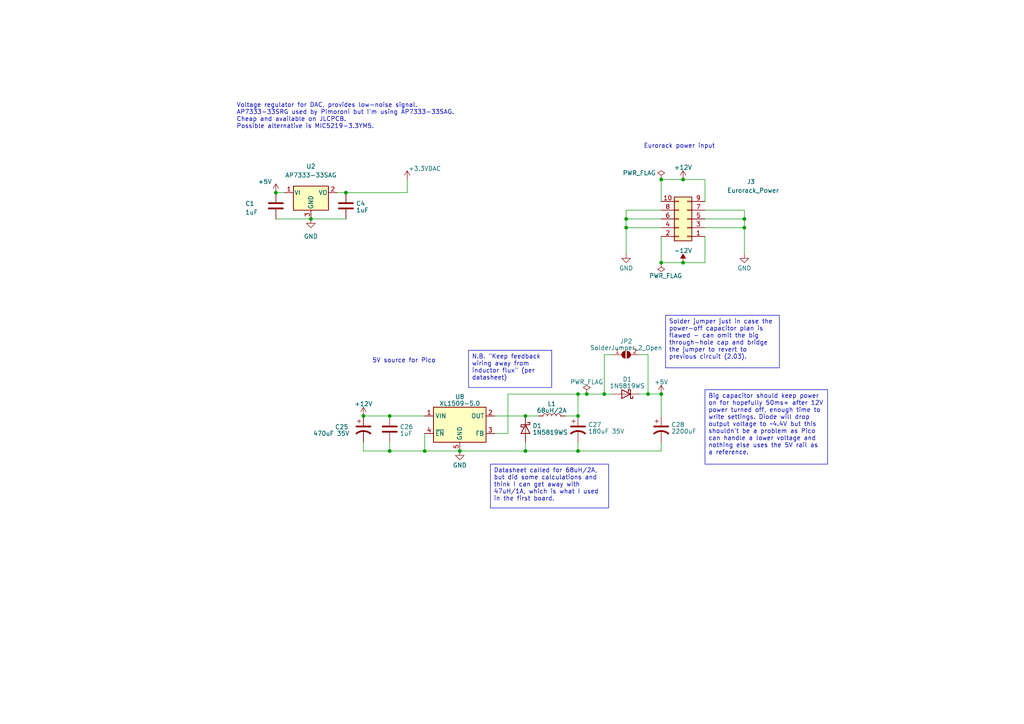
<source format=kicad_sch>
(kicad_sch (version 20230121) (generator eeschema)
  (paper "A4")
  (lib_symbols
    (symbol "Connector_Generic:Conn_02x05_Odd_Even" (pin_names (offset 1.016) hide)
      (property "Reference" "J" (at 1.27 7.62 0))
      (property "Value" "Conn_02x05_Odd_Even" (at 1.27 -7.62 0))
      (symbol "Conn_02x05_Odd_Even_1_1"
        (rectangle (start -1.27 -4.953) (end 0 -5.207) (stroke (width 0.1524)))
        (rectangle (start -1.27 -2.413) (end 0 -2.667) (stroke (width 0.1524)))
        (rectangle (start -1.27 0.127) (end 0 -0.127) (stroke (width 0.1524)))
        (rectangle (start -1.27 2.667) (end 0 2.413) (stroke (width 0.1524)))
        (rectangle (start -1.27 5.207) (end 0 4.953) (stroke (width 0.1524)))
        (rectangle (start -1.27 6.35) (end 3.81 -6.35) (stroke (width 0.254)) (fill (type background)))
        (rectangle (start 3.81 -4.953) (end 2.54 -5.207) (stroke (width 0.1524)))
        (rectangle (start 3.81 -2.413) (end 2.54 -2.667) (stroke (width 0.1524)))
        (rectangle (start 3.81 0.127) (end 2.54 -0.127) (stroke (width 0.1524)))
        (rectangle (start 3.81 2.667) (end 2.54 2.413) (stroke (width 0.1524)))
        (rectangle (start 3.81 5.207) (end 2.54 4.953) (stroke (width 0.1524)))
        (pin passive line (at -5.08 5.08 0) (length 3.81) (name "Pin_1") (number "1"))
        (pin passive line (at 7.62 -5.08 180) (length 3.81) (name "Pin_10") (number "10"))
        (pin passive line (at 7.62 5.08 180) (length 3.81) (name "Pin_2") (number "2"))
        (pin passive line (at -5.08 2.54 0) (length 3.81) (name "Pin_3") (number "3"))
        (pin passive line (at 7.62 2.54 180) (length 3.81) (name "Pin_4") (number "4"))
        (pin passive line (at -5.08 0 0) (length 3.81) (name "Pin_5") (number "5"))
        (pin passive line (at 7.62 0 180) (length 3.81) (name "Pin_6") (number "6"))
        (pin passive line (at -5.08 -2.54 0) (length 3.81) (name "Pin_7") (number "7"))
        (pin passive line (at 7.62 -2.54 180) (length 3.81) (name "Pin_8") (number "8"))
        (pin passive line (at -5.08 -5.08 0) (length 3.81) (name "Pin_9") (number "9"))
      )
    )
    (symbol "Device:C" (pin_numbers hide) (pin_names (offset 0.254))
      (property "Reference" "C" (at 0.635 2.54 0))
      (property "Value" "C" (at 0.635 -2.54 0))
      (symbol "C_0_1"
        (polyline (pts (xy -2.032 -0.762) (xy 2.032 -0.762)) (stroke (width 0.508)))
        (polyline (pts (xy -2.032 0.762) (xy 2.032 0.762)) (stroke (width 0.508)))
      )
      (symbol "C_1_1"
        (pin passive line (at 0 3.81 270) (length 2.794) (name "~") (number "1"))
        (pin passive line (at 0 -3.81 90) (length 2.794) (name "~") (number "2"))
      )
    )
    (symbol "Device:C_Polarized_US" (pin_numbers hide) (pin_names (offset 0.254) hide)
      (property "Reference" "C" (at 0.635 2.54 0))
      (property "Value" "C_Polarized_US" (at 0.635 -2.54 0))
      (symbol "C_Polarized_US_0_1"
        (polyline (pts (xy -2.032 0.762) (xy 2.032 0.762)) (stroke (width 0.508)))
        (polyline (pts (xy -1.778 2.286) (xy -0.762 2.286)))
        (polyline (pts (xy -1.27 1.778) (xy -1.27 2.794)))
        (arc (start 2.032 -1.27) (mid 0 -0.5572) (end -2.032 -1.27) (stroke (width 0.508)))
      )
      (symbol "C_Polarized_US_1_1"
        (pin passive line (at 0 3.81 270) (length 2.794) (name "~") (number "1"))
        (pin passive line (at 0 -3.81 90) (length 3.302) (name "~") (number "2"))
      )
    )
    (symbol "Device:L" (pin_numbers hide) (pin_names (offset 1.016) hide)
      (property "Reference" "L" (at -1.27 0 90))
      (property "Value" "L" (at 1.905 0 90))
      (symbol "L_0_1"
        (arc (start 0 -2.54) (mid 0.6323 -1.905) (end 0 -1.27))
        (arc (start 0 -1.27) (mid 0.6323 -0.635) (end 0 0))
        (arc (start 0 0) (mid 0.6323 0.635) (end 0 1.27))
        (arc (start 0 1.27) (mid 0.6323 1.905) (end 0 2.54))
      )
      (symbol "L_1_1"
        (pin passive line (at 0 3.81 270) (length 1.27) (name "1") (number "1"))
        (pin passive line (at 0 -3.81 90) (length 1.27) (name "2") (number "2"))
      )
    )
    (symbol "Diode:1N5819WS" (pin_numbers hide) (pin_names (offset 1.016) hide)
      (property "Reference" "D" (at 0 2.54 0))
      (property "Value" "1N5819WS" (at 0 -2.54 0))
      (symbol "1N5819WS_0_1"
        (polyline (pts (xy 1.27 0) (xy -1.27 0)))
        (polyline (pts (xy 1.27 1.27) (xy 1.27 -1.27) (xy -1.27 0) (xy 1.27 1.27)) (stroke (width 0.254)))
        (polyline (pts (xy -1.905 0.635) (xy -1.905 1.27) (xy -1.27 1.27) (xy -1.27 -1.27) (xy -0.635 -1.27) (xy -0.635 -0.635)) (stroke (width 0.254)))
      )
      (symbol "1N5819WS_1_1"
        (pin passive line (at -3.81 0 0) (length 2.54) (name "K") (number "1"))
        (pin passive line (at 3.81 0 180) (length 2.54) (name "A") (number "2"))
      )
    )
    (symbol "Jumper:SolderJumper_2_Open" (pin_names (offset 0) hide)
      (property "Reference" "JP" (at 0 2.032 0))
      (property "Value" "SolderJumper_2_Open" (at 0 -2.54 0))
      (symbol "SolderJumper_2_Open_0_1"
        (arc (start -0.254 1.016) (mid -1.2656 0) (end -0.254 -1.016))
        (arc (start -0.254 1.016) (mid -1.2656 0) (end -0.254 -1.016) (fill (type outline)))
        (polyline (pts (xy -0.254 1.016) (xy -0.254 -1.016)))
        (polyline (pts (xy 0.254 1.016) (xy 0.254 -1.016)))
        (arc (start 0.254 -1.016) (mid 1.2656 0) (end 0.254 1.016))
        (arc (start 0.254 -1.016) (mid 1.2656 0) (end 0.254 1.016) (fill (type outline)))
      )
      (symbol "SolderJumper_2_Open_1_1"
        (pin passive line (at -3.81 0 0) (length 2.54) (name "A") (number "1"))
        (pin passive line (at 3.81 0 180) (length 2.54) (name "B") (number "2"))
      )
    )
    (symbol "Regulator_Linear:SPX2920M3-3.3_SOT223" (pin_names (offset 0.254))
      (property "Reference" "U4" (at 0 7.62 0))
      (property "Value" "AP7333-33SRG" (at 0 5.08 0))
      (symbol "SPX2920M3-3.3_SOT223_0_1"
        (rectangle (start -5.08 -5.08) (end 5.08 1.905) (stroke (width 0.254)) (fill (type background)))
      )
      (symbol "SPX2920M3-3.3_SOT223_1_1"
        (pin power_in line (at -7.62 0 0) (length 2.54) (name "VI") (number "1"))
        (pin power_out line (at 7.62 0 180) (length 2.54) (name "VO") (number "2"))
        (pin power_in line (at 0 -7.62 90) (length 2.54) (name "GND") (number "3"))
      )
    )
    (symbol "Regulator_Switching:XL1509-5.0"
      (property "Reference" "U" (at -7.112 6.096 0))
      (property "Value" "XL1509-5.0" (at 5.842 6.096 0))
      (symbol "XL1509-5.0_0_1"
        (rectangle (start -7.62 5.08) (end 7.62 -5.08) (stroke (width 0.254)) (fill (type background)))
      )
      (symbol "XL1509-5.0_1_1"
        (pin power_in line (at -10.16 2.54 0) (length 2.54) (name "VIN") (number "1"))
        (pin power_out line (at 10.16 2.54 180) (length 2.54) (name "OUT") (number "2"))
        (pin input line (at 10.16 -2.54 180) (length 2.54) (name "FB") (number "3"))
        (pin input line (at -10.16 -2.54 0) (length 2.54) (name "~{EN}") (number "4"))
        (pin power_in line (at 0 -7.62 90) (length 2.54) (name "GND") (number "5"))
        (pin passive line (at 0 -7.62 90) (length 2.54) hide (name "GND") (number "6"))
        (pin passive line (at 0 -7.62 90) (length 2.54) hide (name "GND") (number "7"))
        (pin passive line (at 0 -7.62 90) (length 2.54) hide (name "GND") (number "8"))
      )
    )
    (symbol "power:+12V" (power) (pin_names (offset 0))
      (property "Value" "+12V" (at 0 3.556 0))
      (symbol "+12V_0_1"
        (polyline (pts (xy -0.762 1.27) (xy 0 2.54)))
        (polyline (pts (xy 0 0) (xy 0 2.54)))
        (polyline (pts (xy 0 2.54) (xy 0.762 1.27)))
      )
      (symbol "+12V_1_1"
        (pin power_in line (at 0 0 90) (length 0) hide (name "+12V") (number "1"))
      )
    )
    (symbol "power:+3.3VDAC" (power) (pin_names (offset 0))
      (property "Value" "+3.3VDAC" (at 0 2.54 0))
      (symbol "+3.3VDAC_0_0"
        (pin power_in line (at 0 0 90) (length 0) hide (name "+3.3VDAC") (number "1"))
      )
      (symbol "+3.3VDAC_0_1"
        (polyline (pts (xy -0.762 1.27) (xy 0 2.54)))
        (polyline (pts (xy 0 0) (xy 0 2.54)))
        (polyline (pts (xy 0 2.54) (xy 0.762 1.27)))
      )
    )
    (symbol "power:+5V" (power) (pin_names (offset 0))
      (property "Value" "+5V" (at 0 3.556 0))
      (symbol "+5V_0_1"
        (polyline (pts (xy -0.762 1.27) (xy 0 2.54)))
        (polyline (pts (xy 0 0) (xy 0 2.54)))
        (polyline (pts (xy 0 2.54) (xy 0.762 1.27)))
      )
      (symbol "+5V_1_1"
        (pin power_in line (at 0 0 90) (length 0) hide (name "+5V") (number "1"))
      )
    )
    (symbol "power:-12V" (power) (pin_names (offset 0))
      (property "Value" "-12V" (at 0 3.81 0))
      (symbol "-12V_0_0"
        (pin power_in line (at 0 0 90) (length 0) hide (name "-12V") (number "1"))
      )
      (symbol "-12V_0_1"
        (polyline (pts (xy 0 0) (xy 0 1.27) (xy 0.762 1.27) (xy 0 2.54) (xy -0.762 1.27) (xy 0 1.27)) (fill (type outline)))
      )
    )
    (symbol "power:GND" (power) (pin_names (offset 0))
      (property "Value" "GND" (at 0 -3.81 0))
      (symbol "GND_0_1"
        (polyline (pts (xy 0 0) (xy 0 -1.27) (xy 1.27 -1.27) (xy 0 -2.54) (xy -1.27 -1.27) (xy 0 -1.27)))
      )
      (symbol "GND_1_1"
        (pin power_in line (at 0 0 270) (length 0) hide (name "GND") (number "1"))
      )
    )
    (symbol "power:PWR_FLAG" (power) (pin_numbers hide) (pin_names (offset 0) hide)
      (property "Value" "PWR_FLAG" (at 0 3.81 0))
      (symbol "PWR_FLAG_0_0"
        (pin power_out line (at 0 0 90) (length 0) (name "pwr") (number "1"))
      )
      (symbol "PWR_FLAG_0_1"
        (polyline (pts (xy 0 0) (xy 0 1.27) (xy -1.016 1.905) (xy 0 2.54) (xy 1.016 1.905) (xy 0 1.27)))
      )
    )
  )
  (junction (at 181.61 63.5))
  (junction (at 123.19 130.81))
  (junction (at 175.26 114.3))
  (junction (at 187.96 114.3))
  (junction (at 191.77 76.2))
  (junction (at 90.17 63.5))
  (junction (at 215.9 63.5))
  (junction (at 152.4 130.81))
  (junction (at 198.12 76.2))
  (junction (at 105.41 120.65))
  (junction (at 167.64 130.81))
  (junction (at 152.4 120.65))
  (junction (at 215.9 66.04))
  (junction (at 198.12 52.07))
  (junction (at 113.03 120.65))
  (junction (at 100.33 55.88))
  (junction (at 133.35 130.81))
  (junction (at 170.18 114.3))
  (junction (at 80.01 55.88))
  (junction (at 181.61 66.04))
  (junction (at 191.77 114.3))
  (junction (at 113.03 130.81))
  (junction (at 167.64 120.65))
  (junction (at 167.64 114.3))
  (junction (at 191.77 52.07))
  (wire (pts (xy 113.03 120.65) (xy 123.19 120.65)))
  (wire (pts (xy 167.64 130.81) (xy 191.77 130.81)))
  (wire (pts (xy 80.01 55.88) (xy 82.55 55.88)))
  (wire (pts (xy 113.03 130.81) (xy 123.19 130.81)))
  (wire (pts (xy 147.32 114.3) (xy 147.32 125.73)))
  (wire (pts (xy 191.77 128.27) (xy 191.77 130.81)))
  (wire (pts (xy 118.11 55.88) (xy 118.11 52.07)))
  (wire (pts (xy 191.77 68.58) (xy 191.77 76.2)))
  (wire (pts (xy 204.47 76.2) (xy 204.47 68.58)))
  (wire (pts (xy 204.47 63.5) (xy 215.9 63.5)))
  (wire (pts (xy 181.61 60.96) (xy 181.61 63.5)))
  (wire (pts (xy 181.61 66.04) (xy 181.61 73.66)))
  (wire (pts (xy 175.26 114.3) (xy 177.8 114.3)))
  (wire (pts (xy 187.96 102.87) (xy 187.96 114.3)))
  (wire (pts (xy 185.42 114.3) (xy 187.96 114.3)))
  (wire (pts (xy 204.47 60.96) (xy 215.9 60.96)))
  (wire (pts (xy 167.64 114.3) (xy 170.18 114.3)))
  (wire (pts (xy 185.42 102.87) (xy 187.96 102.87)))
  (wire (pts (xy 167.64 120.65) (xy 167.64 114.3)))
  (wire (pts (xy 113.03 128.27) (xy 113.03 130.81)))
  (wire (pts (xy 198.12 76.2) (xy 204.47 76.2)))
  (wire (pts (xy 198.12 52.07) (xy 204.47 52.07)))
  (wire (pts (xy 191.77 60.96) (xy 181.61 60.96)))
  (wire (pts (xy 215.9 63.5) (xy 215.9 66.04)))
  (wire (pts (xy 80.01 63.5) (xy 90.17 63.5)))
  (wire (pts (xy 105.41 128.27) (xy 105.41 130.81)))
  (wire (pts (xy 143.51 120.65) (xy 152.4 120.65)))
  (wire (pts (xy 175.26 102.87) (xy 175.26 114.3)))
  (wire (pts (xy 191.77 58.42) (xy 191.77 52.07)))
  (wire (pts (xy 147.32 114.3) (xy 167.64 114.3)))
  (wire (pts (xy 163.83 120.65) (xy 167.64 120.65)))
  (wire (pts (xy 215.9 66.04) (xy 215.9 73.66)))
  (wire (pts (xy 123.19 130.81) (xy 133.35 130.81)))
  (wire (pts (xy 191.77 114.3) (xy 191.77 120.65)))
  (wire (pts (xy 177.8 102.87) (xy 175.26 102.87)))
  (wire (pts (xy 170.18 114.3) (xy 175.26 114.3)))
  (wire (pts (xy 215.9 60.96) (xy 215.9 63.5)))
  (wire (pts (xy 105.41 120.65) (xy 113.03 120.65)))
  (wire (pts (xy 90.17 63.5) (xy 100.33 63.5)))
  (wire (pts (xy 100.33 55.88) (xy 118.11 55.88)))
  (wire (pts (xy 123.19 125.73) (xy 123.19 130.81)))
  (wire (pts (xy 181.61 63.5) (xy 181.61 66.04)))
  (wire (pts (xy 152.4 120.65) (xy 156.21 120.65)))
  (wire (pts (xy 204.47 66.04) (xy 215.9 66.04)))
  (wire (pts (xy 133.35 130.81) (xy 152.4 130.81)))
  (wire (pts (xy 191.77 63.5) (xy 181.61 63.5)))
  (wire (pts (xy 152.4 130.81) (xy 167.64 130.81)))
  (wire (pts (xy 191.77 76.2) (xy 198.12 76.2)))
  (wire (pts (xy 152.4 128.27) (xy 152.4 130.81)))
  (wire (pts (xy 147.32 125.73) (xy 143.51 125.73)))
  (wire (pts (xy 191.77 66.04) (xy 181.61 66.04)))
  (wire (pts (xy 105.41 130.81) (xy 113.03 130.81)))
  (wire (pts (xy 167.64 130.81) (xy 167.64 128.27)))
  (wire (pts (xy 204.47 52.07) (xy 204.47 58.42)))
  (wire (pts (xy 97.79 55.88) (xy 100.33 55.88)))
  (wire (pts (xy 187.96 114.3) (xy 191.77 114.3)))
  (wire (pts (xy 191.77 52.07) (xy 198.12 52.07)))
  (text_box "N.B. \"Keep feedback wiring away from inductor flux\" (per datasheet)" (at 135.89 101.6 0) (size 24.13 10.795) (effects (font (size 1.27 1.27)) (justify left top)))
  (text_box "Solder jumper just in case the power-off capacitor plan is flawed - can omit the big through-hole cap and bridge the jumper to revert to previous circuit (2.03)." (at 193.04 91.44 0) (size 33.02 15.24) (effects (font (size 1.27 1.27)) (justify left top)))
  (text_box "Big capacitor should keep power on for hopefully 50ms+ after 12V power turned off, enough time to write settings. Diode will drop output voltage to ~4.4V but this shouldn't be a problem as Pico can handle a lower voltage and nothing else uses the 5V rail as a reference." (at 204.47 113.03 0) (size 35.56 21.59) (effects (font (size 1.27 1.27)) (justify left top)))
  (text_box "Datasheet called for 68uH/2A, but did some calculations and think I can get away with 47uH/1A, which is what I used in the first board." (at 142.24 134.62 0) (size 34.29 12.7) (effects (font (size 1.27 1.27)) (justify left top)))
  (text "Eurorack power input" (at 186.69 43.18 0) (effects (font (size 1.27 1.27)) (justify left bottom)))
  (text "Voltage regulator for DAC, provides low-noise signal.\nAP7333-33SRG used by Pimoroni but I'm using AP7333-33SAG.\nCheap and available on JLCPCB.\nPossible alternative is MIC5219-3.3YM5." (at 68.58 37.465 0) (effects (font (size 1.27 1.27)) (justify left bottom)))
  (text "5V source for Pico" (at 107.95 105.41 0) (effects (font (size 1.27 1.27)) (justify left bottom)))
  (symbol (lib_id "power:PWR_FLAG") (at 170.18 114.3 0) (unit 1)
    (property "Reference" "#FLG06" (effects hide))
    (property "Value" "PWR_FLAG" (at 170.18 110.7981 0))
  )
  (symbol (lib_id "Device:C_Polarized_US") (at 105.41 124.46 0) (unit 1)
    (property "Reference" "C25" (at 97.155 123.825 0) (effects (justify left)))
    (property "Value" "470uF 35V" (at 90.805 125.73 0) (effects (justify left)))
    (property "Footprint" "Capacitor_THT:CP_Radial_D10.0mm_P5.00mm" (effects hide))
  )
  (symbol (lib_id "Device:C") (at 113.03 124.46 0) (unit 1)
    (property "Reference" "C26" (at 115.951 123.8163 0) (effects (justify left)))
    (property "Value" "1uF" (at 115.951 125.7373 0) (effects (justify left)))
    (property "Footprint" "Capacitor_SMD:C_0603_1608Metric" (effects hide))
  )
  (symbol (lib_id "power:GND") (at 181.61 73.66 0) (mirror y) (unit 1)
    (property "Reference" "#PWR044" (effects hide))
    (property "Value" "GND" (at 181.61 77.7955 0))
  )
  (symbol (lib_id "power:+3.3VDAC") (at 118.11 52.07 0) (unit 1)
    (property "Reference" "#PWR016" (effects hide))
    (property "Value" "+3.3VDAC" (at 123.19 48.895 0))
  )
  (symbol (lib_id "power:+5V") (at 80.01 55.88 0) (unit 1)
    (property "Reference" "#PWR012" (effects hide))
    (property "Value" "+5V" (at 76.835 52.705 0))
  )
  (symbol (lib_id "power:+5V") (at 191.77 114.3 0) (unit 1)
    (property "Reference" "#PWR049" (effects hide))
    (property "Value" "+5V" (at 191.77 110.7981 0))
  )
  (symbol (lib_id "Connector_Generic:Conn_02x05_Odd_Even") (at 199.39 63.5 180) (unit 1)
    (property "Reference" "J3" (at 217.805 52.705 0))
    (property "Value" "Eurorack_Power" (at 218.44 55.245 0))
    (property "Footprint" "Connector_IDC:IDC-Header_2x05_P2.54mm_Vertical" (effects hide))
  )
  (symbol (lib_id "Device:C") (at 100.33 59.69 0) (unit 1)
    (property "Reference" "C4" (at 103.251 59.0463 0) (effects (justify left)))
    (property "Value" "1uF" (at 103.251 60.9673 0) (effects (justify left)))
    (property "Footprint" "Capacitor_SMD:C_0603_1608Metric" (effects hide))
  )
  (symbol (lib_id "Device:C_Polarized_US") (at 191.77 124.46 0) (unit 1)
    (property "Reference" "C28" (at 194.691 123.1813 0) (effects (justify left)))
    (property "Value" "2200uF" (at 194.691 125.1023 0) (effects (justify left)))
    (property "Footprint" "Capacitor_THT:CP_Radial_D13.0mm_P5.00mm" (effects hide))
  )
  (symbol (lib_id "power:GND") (at 215.9 73.66 0) (unit 1)
    (property "Reference" "#PWR048" (effects hide))
    (property "Value" "GND" (at 215.9 77.7955 0))
  )
  (symbol (lib_id "Device:L") (at 160.02 120.65 90) (unit 1)
    (property "Reference" "L1" (at 160.02 117.1347 90))
    (property "Value" "68uH/2A" (at 160.02 119.0557 90))
    (property "Footprint" "Inductor_THT:L_Radial_D7.0mm_P3.00mm" (effects hide))
  )
  (symbol (lib_id "power:PWR_FLAG") (at 191.77 76.2 0) (mirror x) (unit 1)
    (property "Reference" "#FLG05" (effects hide))
    (property "Value" "PWR_FLAG" (at 193.04 80.01 0))
  )
  (symbol (lib_id "power:PWR_FLAG") (at 191.77 52.07 0) (unit 1)
    (property "Reference" "#FLG04" (effects hide))
    (property "Value" "PWR_FLAG" (at 185.42 50.165 0))
  )
  (symbol (lib_id "power:GND") (at 90.17 63.5 0) (unit 1)
    (property "Reference" "#PWR013" (effects hide))
    (property "Value" "GND" (at 90.17 68.58 0))
  )
  (symbol (lib_id "power:+12V") (at 105.41 120.65 0) (unit 1)
    (property "Reference" "#PWR043" (effects hide))
    (property "Value" "+12V" (at 105.41 117.1481 0))
  )
  (symbol (lib_id "power:+12V") (at 198.12 52.07 0) (unit 1)
    (property "Reference" "#PWR046" (effects hide))
    (property "Value" "+12V" (at 198.12 48.5681 0))
  )
  (symbol (lib_id "Jumper:SolderJumper_2_Open") (at 181.61 102.87 0) (unit 1)
    (property "Reference" "JP2" (at 181.61 98.9711 0))
    (property "Value" "SolderJumper_2_Open" (at 181.61 100.8921 0))
    (property "Footprint" "Jumper:SolderJumper-2_P1.3mm_Open_Pad1.0x1.5mm" (effects hide))
  )
  (symbol (lib_id "Device:C") (at 80.01 59.69 0) (unit 1)
    (property "Reference" "C1" (at 71.12 59.055 0) (effects (justify left)))
    (property "Value" "1uF" (at 71.12 61.595 0) (effects (justify left)))
    (property "Footprint" "Capacitor_SMD:C_0603_1608Metric" (effects hide))
  )
  (symbol (lib_id "Device:C_Polarized_US") (at 167.64 124.46 0) (unit 1)
    (property "Reference" "C27" (at 170.561 123.1813 0) (effects (justify left)))
    (property "Value" "180uF 35V" (at 170.561 125.1023 0) (effects (justify left)))
    (property "Footprint" "Capacitor_THT:CP_Radial_D8.0mm_P3.50mm" (effects hide))
  )
  (symbol (lib_id "Regulator_Linear:SPX2920M3-3.3_SOT223") (at 90.17 55.88 0) (unit 1)
    (property "Reference" "U2" (at 90.17 48.26 0))
    (property "Value" "AP7333-33SAG" (at 90.17 50.8 0))
    (property "Footprint" "Package_TO_SOT_SMD:SOT-23" (effects hide))
    (property "Datasheet" "http://www.zlgmcu.com/Sipex/LDO/PDF/spx2920.pdf" (effects hide))
  )
  (symbol (lib_id "Diode:1N5819WS") (at 181.61 114.3 180) (unit 1)
    (property "Reference" "D1" (at 181.9275 110.0201 0))
    (property "Value" "1N5819WS" (at 181.9275 111.9411 0))
    (property "Footprint" "Diode_SMD:D_SOD-323" (effects hide))
    (property "Datasheet" "https://datasheet.lcsc.com/lcsc/2204281430_Guangdong-Hottech-1N5819WS_C191023.pdf" (effects hide))
    (instances (project "dk2_04_bottom" (path "" (reference "D1") (unit 1)) (path "" (reference "D3") (unit 1))))
  )
  (symbol (lib_id "power:GND") (at 133.35 130.81 0) (unit 1)
    (property "Reference" "#PWR045" (effects hide))
    (property "Value" "GND" (at 133.35 134.9455 0))
  )
  (symbol (lib_id "Regulator_Switching:XL1509-5.0") (at 133.35 123.19 0) (unit 1)
    (property "Reference" "U8" (at 133.35 115.1001 0))
    (property "Value" "XL1509-5.0" (at 133.35 117.0211 0))
    (property "Footprint" "Package_SO:SOIC-8_3.9x4.9mm_P1.27mm" (effects hide))
    (property "Datasheet" "https://datasheet.lcsc.com/lcsc/1809050422_XLSEMI-XL1509-5-0E1_C61063.pdf" (effects hide))
  )
  (symbol (lib_id "power:-12V") (at 198.12 76.2 0) (unit 1)
    (property "Reference" "#PWR047" (effects hide))
    (property "Value" "-12V" (at 198.12 72.6981 0))
  )
  (symbol (lib_id "Diode:1N5819WS") (at 152.4 124.46 270) (unit 1)
    (property "Reference" "D1" (at 154.432 123.4988 90) (effects (justify left)))
    (property "Value" "1N5819WS" (at 154.432 125.4198 90) (effects (justify left)))
    (property "Footprint" "Diode_SMD:D_SOD-323" (effects hide))
    (property "Datasheet" "https://datasheet.lcsc.com/lcsc/2204281430_Guangdong-Hottech-1N5819WS_C191023.pdf" (effects hide))
    (instances (project "dk2_04_bottom" (path "" (reference "D1") (unit 1)) (path "" (reference "D2") (unit 1))))
  )
)
</source>
